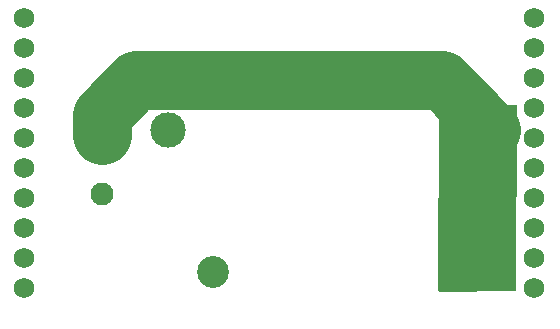
<source format=gbr>
%TF.GenerationSoftware,KiCad,Pcbnew,8.0.8*%
%TF.CreationDate,2025-03-02T20:19:54-05:00*%
%TF.ProjectId,VCU MPR V2.0,56435520-4d50-4522-9056-322e302e6b69,rev?*%
%TF.SameCoordinates,Original*%
%TF.FileFunction,Copper,L2,Bot*%
%TF.FilePolarity,Positive*%
%FSLAX46Y46*%
G04 Gerber Fmt 4.6, Leading zero omitted, Abs format (unit mm)*
G04 Created by KiCad (PCBNEW 8.0.8) date 2025-03-02 20:19:54*
%MOMM*%
%LPD*%
G01*
G04 APERTURE LIST*
%TA.AperFunction,ComponentPad*%
%ADD10C,1.750000*%
%TD*%
%TA.AperFunction,ComponentPad*%
%ADD11R,2.700000X2.700000*%
%TD*%
%TA.AperFunction,ComponentPad*%
%ADD12C,2.700000*%
%TD*%
%TA.AperFunction,ComponentPad*%
%ADD13C,3.000000*%
%TD*%
%TA.AperFunction,ComponentPad*%
%ADD14C,1.950000*%
%TD*%
%TA.AperFunction,Conductor*%
%ADD15C,5.000000*%
%TD*%
G04 APERTURE END LIST*
D10*
%TO.P,J2,1*%
%TO.N,N/C*%
X76200000Y-50800000D03*
%TO.P,J2,2*%
X76200000Y-53340000D03*
%TO.P,J2,3*%
X76200000Y-55880000D03*
%TO.P,J2,4*%
X76200000Y-58420000D03*
%TO.P,J2,5*%
X76200000Y-60960000D03*
%TO.P,J2,6*%
X76200000Y-63500000D03*
%TO.P,J2,7*%
X76200000Y-66040000D03*
%TO.P,J2,8*%
X76200000Y-68580000D03*
%TO.P,J2,9*%
X76200000Y-71120000D03*
%TO.P,J2,10*%
%TO.N,VCU-MPRD*%
X76200000Y-73660000D03*
%TD*%
%TO.P,J2,1*%
%TO.N,N/C*%
X119380000Y-50800000D03*
%TO.P,J2,2*%
X119380000Y-53340000D03*
%TO.P,J2,3*%
X119380000Y-55880000D03*
%TO.P,J2,4*%
X119380000Y-58420000D03*
%TO.P,J2,5*%
X119380000Y-60960000D03*
%TO.P,J2,6*%
X119380000Y-63500000D03*
%TO.P,J2,7*%
X119380000Y-66040000D03*
%TO.P,J2,8*%
X119380000Y-68580000D03*
%TO.P,J2,9*%
X119380000Y-71120000D03*
%TO.P,J2,10*%
X119380000Y-73660000D03*
%TD*%
D11*
%TO.P,K1,1*%
%TO.N,/VBATT*%
X114200000Y-72300000D03*
D12*
%TO.P,K1,2*%
%TO.N,VCU-MPRD*%
X92200000Y-72300000D03*
D13*
%TO.P,K1,3*%
%TO.N,/VBATT*%
X116000000Y-60300000D03*
%TO.P,K1,4*%
%TO.N,/VCU VBATT*%
X88400000Y-60300000D03*
%TD*%
D14*
%TO.P,J1,1*%
%TO.N,/VBATT*%
X82800000Y-60700000D03*
%TO.P,J1,2*%
%TO.N,/VCU VBATT*%
X82800000Y-65700000D03*
%TD*%
D15*
%TO.N,/VBATT*%
X111605000Y-56100000D02*
X115805000Y-60300000D01*
X85721142Y-56100000D02*
X111605000Y-56100000D01*
X82800000Y-60700000D02*
X82800000Y-59021142D01*
X82800000Y-59021142D02*
X85721142Y-56100000D01*
%TD*%
%TA.AperFunction,Conductor*%
%TO.N,/VBATT*%
G36*
X117940063Y-58195814D02*
G01*
X117986802Y-58247749D01*
X117998992Y-58302352D01*
X117875969Y-73852447D01*
X117855755Y-73919329D01*
X117802591Y-73964664D01*
X117752444Y-73975465D01*
X111424867Y-73999525D01*
X111357754Y-73980096D01*
X111311798Y-73927466D01*
X111300397Y-73875134D01*
X111349613Y-58421300D01*
X111369511Y-58354327D01*
X111422460Y-58308740D01*
X111471280Y-58297720D01*
X117872667Y-58177393D01*
X117940063Y-58195814D01*
G37*
%TD.AperFunction*%
%TD*%
M02*

</source>
